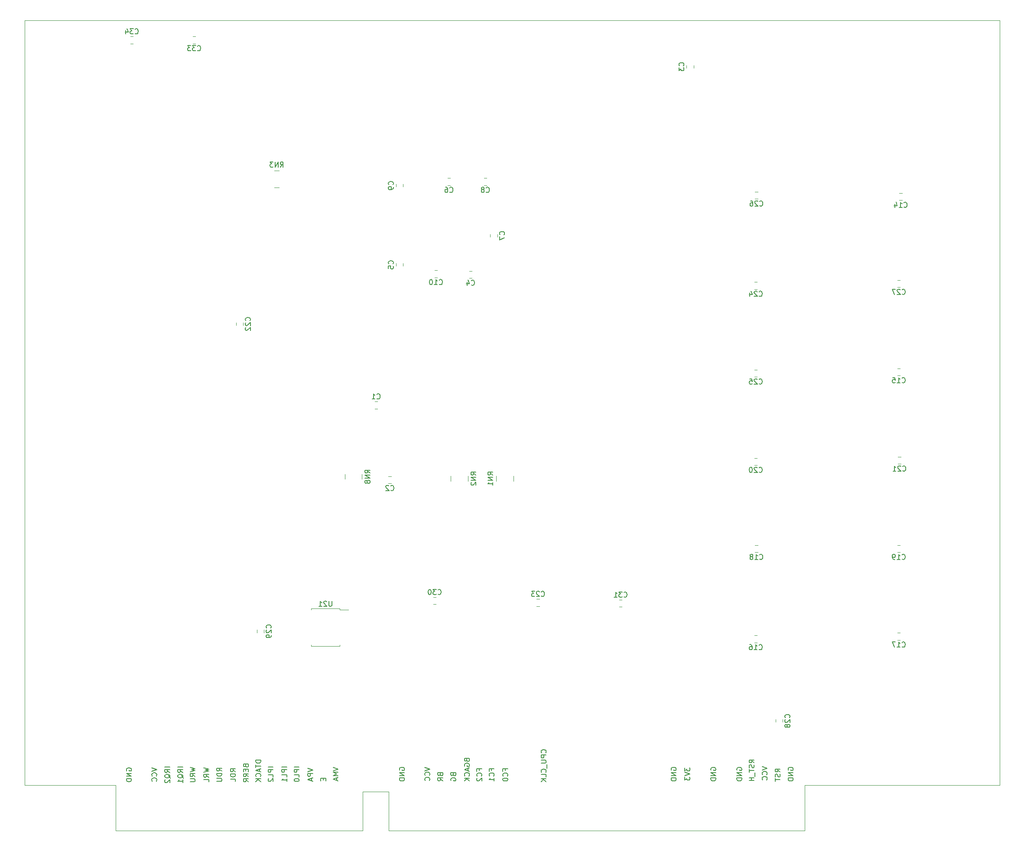
<source format=gbr>
%TF.GenerationSoftware,KiCad,Pcbnew,5.1.6-c6e7f7d~86~ubuntu18.04.1*%
%TF.CreationDate,2021-02-20T22:43:29+08:00*%
%TF.ProjectId,68k_dev,36386b5f-6465-4762-9e6b-696361645f70,rev?*%
%TF.SameCoordinates,Original*%
%TF.FileFunction,Legend,Bot*%
%TF.FilePolarity,Positive*%
%FSLAX46Y46*%
G04 Gerber Fmt 4.6, Leading zero omitted, Abs format (unit mm)*
G04 Created by KiCad (PCBNEW 5.1.6-c6e7f7d~86~ubuntu18.04.1) date 2021-02-20 22:43:29*
%MOMM*%
%LPD*%
G01*
G04 APERTURE LIST*
%ADD10C,0.150000*%
%TA.AperFunction,Profile*%
%ADD11C,0.050000*%
%TD*%
%ADD12C,0.120000*%
G04 APERTURE END LIST*
D10*
X222448380Y-155138619D02*
X221972190Y-154805285D01*
X222448380Y-154567190D02*
X221448380Y-154567190D01*
X221448380Y-154948142D01*
X221496000Y-155043380D01*
X221543619Y-155091000D01*
X221638857Y-155138619D01*
X221781714Y-155138619D01*
X221876952Y-155091000D01*
X221924571Y-155043380D01*
X221972190Y-154948142D01*
X221972190Y-154567190D01*
X222400761Y-155519571D02*
X222448380Y-155662428D01*
X222448380Y-155900523D01*
X222400761Y-155995761D01*
X222353142Y-156043380D01*
X222257904Y-156091000D01*
X222162666Y-156091000D01*
X222067428Y-156043380D01*
X222019809Y-155995761D01*
X221972190Y-155900523D01*
X221924571Y-155710047D01*
X221876952Y-155614809D01*
X221829333Y-155567190D01*
X221734095Y-155519571D01*
X221638857Y-155519571D01*
X221543619Y-155567190D01*
X221496000Y-155614809D01*
X221448380Y-155710047D01*
X221448380Y-155948142D01*
X221496000Y-156091000D01*
X221448380Y-156376714D02*
X221448380Y-156948142D01*
X222448380Y-156662428D02*
X221448380Y-156662428D01*
X222543619Y-157043380D02*
X222543619Y-157805285D01*
X222448380Y-158043380D02*
X221448380Y-158043380D01*
X221924571Y-158043380D02*
X221924571Y-158614809D01*
X222448380Y-158614809D02*
X221448380Y-158614809D01*
X223988380Y-155892666D02*
X224988380Y-156226000D01*
X223988380Y-156559333D01*
X224893142Y-157464095D02*
X224940761Y-157416476D01*
X224988380Y-157273619D01*
X224988380Y-157178380D01*
X224940761Y-157035523D01*
X224845523Y-156940285D01*
X224750285Y-156892666D01*
X224559809Y-156845047D01*
X224416952Y-156845047D01*
X224226476Y-156892666D01*
X224131238Y-156940285D01*
X224036000Y-157035523D01*
X223988380Y-157178380D01*
X223988380Y-157273619D01*
X224036000Y-157416476D01*
X224083619Y-157464095D01*
X224893142Y-158464095D02*
X224940761Y-158416476D01*
X224988380Y-158273619D01*
X224988380Y-158178380D01*
X224940761Y-158035523D01*
X224845523Y-157940285D01*
X224750285Y-157892666D01*
X224559809Y-157845047D01*
X224416952Y-157845047D01*
X224226476Y-157892666D01*
X224131238Y-157940285D01*
X224036000Y-158035523D01*
X223988380Y-158178380D01*
X223988380Y-158273619D01*
X224036000Y-158416476D01*
X224083619Y-158464095D01*
X227528380Y-156932380D02*
X227052190Y-156599047D01*
X227528380Y-156360952D02*
X226528380Y-156360952D01*
X226528380Y-156741904D01*
X226576000Y-156837142D01*
X226623619Y-156884761D01*
X226718857Y-156932380D01*
X226861714Y-156932380D01*
X226956952Y-156884761D01*
X227004571Y-156837142D01*
X227052190Y-156741904D01*
X227052190Y-156360952D01*
X227480761Y-157313333D02*
X227528380Y-157456190D01*
X227528380Y-157694285D01*
X227480761Y-157789523D01*
X227433142Y-157837142D01*
X227337904Y-157884761D01*
X227242666Y-157884761D01*
X227147428Y-157837142D01*
X227099809Y-157789523D01*
X227052190Y-157694285D01*
X227004571Y-157503809D01*
X226956952Y-157408571D01*
X226909333Y-157360952D01*
X226814095Y-157313333D01*
X226718857Y-157313333D01*
X226623619Y-157360952D01*
X226576000Y-157408571D01*
X226528380Y-157503809D01*
X226528380Y-157741904D01*
X226576000Y-157884761D01*
X226528380Y-158170476D02*
X226528380Y-158741904D01*
X227528380Y-158456190D02*
X226528380Y-158456190D01*
X229116000Y-156591095D02*
X229068380Y-156495857D01*
X229068380Y-156353000D01*
X229116000Y-156210142D01*
X229211238Y-156114904D01*
X229306476Y-156067285D01*
X229496952Y-156019666D01*
X229639809Y-156019666D01*
X229830285Y-156067285D01*
X229925523Y-156114904D01*
X230020761Y-156210142D01*
X230068380Y-156353000D01*
X230068380Y-156448238D01*
X230020761Y-156591095D01*
X229973142Y-156638714D01*
X229639809Y-156638714D01*
X229639809Y-156448238D01*
X230068380Y-157067285D02*
X229068380Y-157067285D01*
X230068380Y-157638714D01*
X229068380Y-157638714D01*
X230068380Y-158114904D02*
X229068380Y-158114904D01*
X229068380Y-158353000D01*
X229116000Y-158495857D01*
X229211238Y-158591095D01*
X229306476Y-158638714D01*
X229496952Y-158686333D01*
X229639809Y-158686333D01*
X229830285Y-158638714D01*
X229925523Y-158591095D01*
X230020761Y-158495857D01*
X230068380Y-158353000D01*
X230068380Y-158114904D01*
X219083000Y-156591095D02*
X219035380Y-156495857D01*
X219035380Y-156353000D01*
X219083000Y-156210142D01*
X219178238Y-156114904D01*
X219273476Y-156067285D01*
X219463952Y-156019666D01*
X219606809Y-156019666D01*
X219797285Y-156067285D01*
X219892523Y-156114904D01*
X219987761Y-156210142D01*
X220035380Y-156353000D01*
X220035380Y-156448238D01*
X219987761Y-156591095D01*
X219940142Y-156638714D01*
X219606809Y-156638714D01*
X219606809Y-156448238D01*
X220035380Y-157067285D02*
X219035380Y-157067285D01*
X220035380Y-157638714D01*
X219035380Y-157638714D01*
X220035380Y-158114904D02*
X219035380Y-158114904D01*
X219035380Y-158353000D01*
X219083000Y-158495857D01*
X219178238Y-158591095D01*
X219273476Y-158638714D01*
X219463952Y-158686333D01*
X219606809Y-158686333D01*
X219797285Y-158638714D01*
X219892523Y-158591095D01*
X219987761Y-158495857D01*
X220035380Y-158353000D01*
X220035380Y-158114904D01*
X214003000Y-156591095D02*
X213955380Y-156495857D01*
X213955380Y-156353000D01*
X214003000Y-156210142D01*
X214098238Y-156114904D01*
X214193476Y-156067285D01*
X214383952Y-156019666D01*
X214526809Y-156019666D01*
X214717285Y-156067285D01*
X214812523Y-156114904D01*
X214907761Y-156210142D01*
X214955380Y-156353000D01*
X214955380Y-156448238D01*
X214907761Y-156591095D01*
X214860142Y-156638714D01*
X214526809Y-156638714D01*
X214526809Y-156448238D01*
X214955380Y-157067285D02*
X213955380Y-157067285D01*
X214955380Y-157638714D01*
X213955380Y-157638714D01*
X214955380Y-158114904D02*
X213955380Y-158114904D01*
X213955380Y-158353000D01*
X214003000Y-158495857D01*
X214098238Y-158591095D01*
X214193476Y-158638714D01*
X214383952Y-158686333D01*
X214526809Y-158686333D01*
X214717285Y-158638714D01*
X214812523Y-158591095D01*
X214907761Y-158495857D01*
X214955380Y-158353000D01*
X214955380Y-158114904D01*
X208875380Y-156114904D02*
X208875380Y-156733952D01*
X209256333Y-156400619D01*
X209256333Y-156543476D01*
X209303952Y-156638714D01*
X209351571Y-156686333D01*
X209446809Y-156733952D01*
X209684904Y-156733952D01*
X209780142Y-156686333D01*
X209827761Y-156638714D01*
X209875380Y-156543476D01*
X209875380Y-156257761D01*
X209827761Y-156162523D01*
X209780142Y-156114904D01*
X208875380Y-157019666D02*
X209875380Y-157353000D01*
X208875380Y-157686333D01*
X208875380Y-157924428D02*
X208875380Y-158543476D01*
X209256333Y-158210142D01*
X209256333Y-158353000D01*
X209303952Y-158448238D01*
X209351571Y-158495857D01*
X209446809Y-158543476D01*
X209684904Y-158543476D01*
X209780142Y-158495857D01*
X209827761Y-158448238D01*
X209875380Y-158353000D01*
X209875380Y-158067285D01*
X209827761Y-157972047D01*
X209780142Y-157924428D01*
X206256000Y-156591095D02*
X206208380Y-156495857D01*
X206208380Y-156353000D01*
X206256000Y-156210142D01*
X206351238Y-156114904D01*
X206446476Y-156067285D01*
X206636952Y-156019666D01*
X206779809Y-156019666D01*
X206970285Y-156067285D01*
X207065523Y-156114904D01*
X207160761Y-156210142D01*
X207208380Y-156353000D01*
X207208380Y-156448238D01*
X207160761Y-156591095D01*
X207113142Y-156638714D01*
X206779809Y-156638714D01*
X206779809Y-156448238D01*
X207208380Y-157067285D02*
X206208380Y-157067285D01*
X207208380Y-157638714D01*
X206208380Y-157638714D01*
X207208380Y-158114904D02*
X206208380Y-158114904D01*
X206208380Y-158353000D01*
X206256000Y-158495857D01*
X206351238Y-158591095D01*
X206446476Y-158638714D01*
X206636952Y-158686333D01*
X206779809Y-158686333D01*
X206970285Y-158638714D01*
X207065523Y-158591095D01*
X207160761Y-158495857D01*
X207208380Y-158353000D01*
X207208380Y-158114904D01*
X181713142Y-153202000D02*
X181760761Y-153154380D01*
X181808380Y-153011523D01*
X181808380Y-152916285D01*
X181760761Y-152773428D01*
X181665523Y-152678190D01*
X181570285Y-152630571D01*
X181379809Y-152582952D01*
X181236952Y-152582952D01*
X181046476Y-152630571D01*
X180951238Y-152678190D01*
X180856000Y-152773428D01*
X180808380Y-152916285D01*
X180808380Y-153011523D01*
X180856000Y-153154380D01*
X180903619Y-153202000D01*
X181808380Y-153630571D02*
X180808380Y-153630571D01*
X180808380Y-154011523D01*
X180856000Y-154106761D01*
X180903619Y-154154380D01*
X180998857Y-154202000D01*
X181141714Y-154202000D01*
X181236952Y-154154380D01*
X181284571Y-154106761D01*
X181332190Y-154011523D01*
X181332190Y-153630571D01*
X180808380Y-154630571D02*
X181617904Y-154630571D01*
X181713142Y-154678190D01*
X181760761Y-154725809D01*
X181808380Y-154821047D01*
X181808380Y-155011523D01*
X181760761Y-155106761D01*
X181713142Y-155154380D01*
X181617904Y-155202000D01*
X180808380Y-155202000D01*
X181903619Y-155440095D02*
X181903619Y-156202000D01*
X181713142Y-157011523D02*
X181760761Y-156963904D01*
X181808380Y-156821047D01*
X181808380Y-156725809D01*
X181760761Y-156582952D01*
X181665523Y-156487714D01*
X181570285Y-156440095D01*
X181379809Y-156392476D01*
X181236952Y-156392476D01*
X181046476Y-156440095D01*
X180951238Y-156487714D01*
X180856000Y-156582952D01*
X180808380Y-156725809D01*
X180808380Y-156821047D01*
X180856000Y-156963904D01*
X180903619Y-157011523D01*
X181808380Y-157916285D02*
X181808380Y-157440095D01*
X180808380Y-157440095D01*
X181808380Y-158249619D02*
X180808380Y-158249619D01*
X181808380Y-158821047D02*
X181236952Y-158392476D01*
X180808380Y-158821047D02*
X181379809Y-158249619D01*
X173791571Y-156646666D02*
X173791571Y-156313333D01*
X174315380Y-156313333D02*
X173315380Y-156313333D01*
X173315380Y-156789523D01*
X174220142Y-157741904D02*
X174267761Y-157694285D01*
X174315380Y-157551428D01*
X174315380Y-157456190D01*
X174267761Y-157313333D01*
X174172523Y-157218095D01*
X174077285Y-157170476D01*
X173886809Y-157122857D01*
X173743952Y-157122857D01*
X173553476Y-157170476D01*
X173458238Y-157218095D01*
X173363000Y-157313333D01*
X173315380Y-157456190D01*
X173315380Y-157551428D01*
X173363000Y-157694285D01*
X173410619Y-157741904D01*
X173315380Y-158360952D02*
X173315380Y-158456190D01*
X173363000Y-158551428D01*
X173410619Y-158599047D01*
X173505857Y-158646666D01*
X173696333Y-158694285D01*
X173934428Y-158694285D01*
X174124904Y-158646666D01*
X174220142Y-158599047D01*
X174267761Y-158551428D01*
X174315380Y-158456190D01*
X174315380Y-158360952D01*
X174267761Y-158265714D01*
X174220142Y-158218095D01*
X174124904Y-158170476D01*
X173934428Y-158122857D01*
X173696333Y-158122857D01*
X173505857Y-158170476D01*
X173410619Y-158218095D01*
X173363000Y-158265714D01*
X173315380Y-158360952D01*
X171124571Y-156646666D02*
X171124571Y-156313333D01*
X171648380Y-156313333D02*
X170648380Y-156313333D01*
X170648380Y-156789523D01*
X171553142Y-157741904D02*
X171600761Y-157694285D01*
X171648380Y-157551428D01*
X171648380Y-157456190D01*
X171600761Y-157313333D01*
X171505523Y-157218095D01*
X171410285Y-157170476D01*
X171219809Y-157122857D01*
X171076952Y-157122857D01*
X170886476Y-157170476D01*
X170791238Y-157218095D01*
X170696000Y-157313333D01*
X170648380Y-157456190D01*
X170648380Y-157551428D01*
X170696000Y-157694285D01*
X170743619Y-157741904D01*
X171648380Y-158694285D02*
X171648380Y-158122857D01*
X171648380Y-158408571D02*
X170648380Y-158408571D01*
X170791238Y-158313333D01*
X170886476Y-158218095D01*
X170934095Y-158122857D01*
X168711571Y-156646666D02*
X168711571Y-156313333D01*
X169235380Y-156313333D02*
X168235380Y-156313333D01*
X168235380Y-156789523D01*
X169140142Y-157741904D02*
X169187761Y-157694285D01*
X169235380Y-157551428D01*
X169235380Y-157456190D01*
X169187761Y-157313333D01*
X169092523Y-157218095D01*
X168997285Y-157170476D01*
X168806809Y-157122857D01*
X168663952Y-157122857D01*
X168473476Y-157170476D01*
X168378238Y-157218095D01*
X168283000Y-157313333D01*
X168235380Y-157456190D01*
X168235380Y-157551428D01*
X168283000Y-157694285D01*
X168330619Y-157741904D01*
X168330619Y-158122857D02*
X168283000Y-158170476D01*
X168235380Y-158265714D01*
X168235380Y-158503809D01*
X168283000Y-158599047D01*
X168330619Y-158646666D01*
X168425857Y-158694285D01*
X168521095Y-158694285D01*
X168663952Y-158646666D01*
X169235380Y-158075238D01*
X169235380Y-158694285D01*
X166298571Y-154606857D02*
X166346190Y-154749714D01*
X166393809Y-154797333D01*
X166489047Y-154844952D01*
X166631904Y-154844952D01*
X166727142Y-154797333D01*
X166774761Y-154749714D01*
X166822380Y-154654476D01*
X166822380Y-154273523D01*
X165822380Y-154273523D01*
X165822380Y-154606857D01*
X165870000Y-154702095D01*
X165917619Y-154749714D01*
X166012857Y-154797333D01*
X166108095Y-154797333D01*
X166203333Y-154749714D01*
X166250952Y-154702095D01*
X166298571Y-154606857D01*
X166298571Y-154273523D01*
X165870000Y-155797333D02*
X165822380Y-155702095D01*
X165822380Y-155559238D01*
X165870000Y-155416380D01*
X165965238Y-155321142D01*
X166060476Y-155273523D01*
X166250952Y-155225904D01*
X166393809Y-155225904D01*
X166584285Y-155273523D01*
X166679523Y-155321142D01*
X166774761Y-155416380D01*
X166822380Y-155559238D01*
X166822380Y-155654476D01*
X166774761Y-155797333D01*
X166727142Y-155844952D01*
X166393809Y-155844952D01*
X166393809Y-155654476D01*
X166536666Y-156225904D02*
X166536666Y-156702095D01*
X166822380Y-156130666D02*
X165822380Y-156464000D01*
X166822380Y-156797333D01*
X166727142Y-157702095D02*
X166774761Y-157654476D01*
X166822380Y-157511619D01*
X166822380Y-157416380D01*
X166774761Y-157273523D01*
X166679523Y-157178285D01*
X166584285Y-157130666D01*
X166393809Y-157083047D01*
X166250952Y-157083047D01*
X166060476Y-157130666D01*
X165965238Y-157178285D01*
X165870000Y-157273523D01*
X165822380Y-157416380D01*
X165822380Y-157511619D01*
X165870000Y-157654476D01*
X165917619Y-157702095D01*
X166822380Y-158130666D02*
X165822380Y-158130666D01*
X166822380Y-158702095D02*
X166250952Y-158273523D01*
X165822380Y-158702095D02*
X166393809Y-158130666D01*
X163631571Y-157432428D02*
X163679190Y-157575285D01*
X163726809Y-157622904D01*
X163822047Y-157670523D01*
X163964904Y-157670523D01*
X164060142Y-157622904D01*
X164107761Y-157575285D01*
X164155380Y-157480047D01*
X164155380Y-157099095D01*
X163155380Y-157099095D01*
X163155380Y-157432428D01*
X163203000Y-157527666D01*
X163250619Y-157575285D01*
X163345857Y-157622904D01*
X163441095Y-157622904D01*
X163536333Y-157575285D01*
X163583952Y-157527666D01*
X163631571Y-157432428D01*
X163631571Y-157099095D01*
X163203000Y-158622904D02*
X163155380Y-158527666D01*
X163155380Y-158384809D01*
X163203000Y-158241952D01*
X163298238Y-158146714D01*
X163393476Y-158099095D01*
X163583952Y-158051476D01*
X163726809Y-158051476D01*
X163917285Y-158099095D01*
X164012523Y-158146714D01*
X164107761Y-158241952D01*
X164155380Y-158384809D01*
X164155380Y-158480047D01*
X164107761Y-158622904D01*
X164060142Y-158670523D01*
X163726809Y-158670523D01*
X163726809Y-158480047D01*
X161091571Y-157432428D02*
X161139190Y-157575285D01*
X161186809Y-157622904D01*
X161282047Y-157670523D01*
X161424904Y-157670523D01*
X161520142Y-157622904D01*
X161567761Y-157575285D01*
X161615380Y-157480047D01*
X161615380Y-157099095D01*
X160615380Y-157099095D01*
X160615380Y-157432428D01*
X160663000Y-157527666D01*
X160710619Y-157575285D01*
X160805857Y-157622904D01*
X160901095Y-157622904D01*
X160996333Y-157575285D01*
X161043952Y-157527666D01*
X161091571Y-157432428D01*
X161091571Y-157099095D01*
X161615380Y-158670523D02*
X161139190Y-158337190D01*
X161615380Y-158099095D02*
X160615380Y-158099095D01*
X160615380Y-158480047D01*
X160663000Y-158575285D01*
X160710619Y-158622904D01*
X160805857Y-158670523D01*
X160948714Y-158670523D01*
X161043952Y-158622904D01*
X161091571Y-158575285D01*
X161139190Y-158480047D01*
X161139190Y-158099095D01*
X158075380Y-156019666D02*
X159075380Y-156353000D01*
X158075380Y-156686333D01*
X158980142Y-157591095D02*
X159027761Y-157543476D01*
X159075380Y-157400619D01*
X159075380Y-157305380D01*
X159027761Y-157162523D01*
X158932523Y-157067285D01*
X158837285Y-157019666D01*
X158646809Y-156972047D01*
X158503952Y-156972047D01*
X158313476Y-157019666D01*
X158218238Y-157067285D01*
X158123000Y-157162523D01*
X158075380Y-157305380D01*
X158075380Y-157400619D01*
X158123000Y-157543476D01*
X158170619Y-157591095D01*
X158980142Y-158591095D02*
X159027761Y-158543476D01*
X159075380Y-158400619D01*
X159075380Y-158305380D01*
X159027761Y-158162523D01*
X158932523Y-158067285D01*
X158837285Y-158019666D01*
X158646809Y-157972047D01*
X158503952Y-157972047D01*
X158313476Y-158019666D01*
X158218238Y-158067285D01*
X158123000Y-158162523D01*
X158075380Y-158305380D01*
X158075380Y-158400619D01*
X158123000Y-158543476D01*
X158170619Y-158591095D01*
X153170000Y-156591095D02*
X153122380Y-156495857D01*
X153122380Y-156353000D01*
X153170000Y-156210142D01*
X153265238Y-156114904D01*
X153360476Y-156067285D01*
X153550952Y-156019666D01*
X153693809Y-156019666D01*
X153884285Y-156067285D01*
X153979523Y-156114904D01*
X154074761Y-156210142D01*
X154122380Y-156353000D01*
X154122380Y-156448238D01*
X154074761Y-156591095D01*
X154027142Y-156638714D01*
X153693809Y-156638714D01*
X153693809Y-156448238D01*
X154122380Y-157067285D02*
X153122380Y-157067285D01*
X154122380Y-157638714D01*
X153122380Y-157638714D01*
X154122380Y-158114904D02*
X153122380Y-158114904D01*
X153122380Y-158353000D01*
X153170000Y-158495857D01*
X153265238Y-158591095D01*
X153360476Y-158638714D01*
X153550952Y-158686333D01*
X153693809Y-158686333D01*
X153884285Y-158638714D01*
X153979523Y-158591095D01*
X154074761Y-158495857D01*
X154122380Y-158353000D01*
X154122380Y-158114904D01*
X140168380Y-156019666D02*
X141168380Y-156353000D01*
X140168380Y-156686333D01*
X141168380Y-157019666D02*
X140168380Y-157019666D01*
X140882666Y-157353000D01*
X140168380Y-157686333D01*
X141168380Y-157686333D01*
X140882666Y-158114904D02*
X140882666Y-158591095D01*
X141168380Y-158019666D02*
X140168380Y-158353000D01*
X141168380Y-158686333D01*
X138231571Y-158154714D02*
X138231571Y-158488047D01*
X138755380Y-158630904D02*
X138755380Y-158154714D01*
X137755380Y-158154714D01*
X137755380Y-158630904D01*
X135215380Y-156218095D02*
X136215380Y-156551428D01*
X135215380Y-156884761D01*
X136215380Y-157218095D02*
X135215380Y-157218095D01*
X135215380Y-157599047D01*
X135263000Y-157694285D01*
X135310619Y-157741904D01*
X135405857Y-157789523D01*
X135548714Y-157789523D01*
X135643952Y-157741904D01*
X135691571Y-157694285D01*
X135739190Y-157599047D01*
X135739190Y-157218095D01*
X135929666Y-158170476D02*
X135929666Y-158646666D01*
X136215380Y-158075238D02*
X135215380Y-158408571D01*
X136215380Y-158741904D01*
X133548380Y-155972047D02*
X132548380Y-155972047D01*
X133548380Y-156448238D02*
X132548380Y-156448238D01*
X132548380Y-156829190D01*
X132596000Y-156924428D01*
X132643619Y-156972047D01*
X132738857Y-157019666D01*
X132881714Y-157019666D01*
X132976952Y-156972047D01*
X133024571Y-156924428D01*
X133072190Y-156829190D01*
X133072190Y-156448238D01*
X133548380Y-157924428D02*
X133548380Y-157448238D01*
X132548380Y-157448238D01*
X132548380Y-158448238D02*
X132548380Y-158543476D01*
X132596000Y-158638714D01*
X132643619Y-158686333D01*
X132738857Y-158733952D01*
X132929333Y-158781571D01*
X133167428Y-158781571D01*
X133357904Y-158733952D01*
X133453142Y-158686333D01*
X133500761Y-158638714D01*
X133548380Y-158543476D01*
X133548380Y-158448238D01*
X133500761Y-158353000D01*
X133453142Y-158305380D01*
X133357904Y-158257761D01*
X133167428Y-158210142D01*
X132929333Y-158210142D01*
X132738857Y-158257761D01*
X132643619Y-158305380D01*
X132596000Y-158353000D01*
X132548380Y-158448238D01*
X131135380Y-155972047D02*
X130135380Y-155972047D01*
X131135380Y-156448238D02*
X130135380Y-156448238D01*
X130135380Y-156829190D01*
X130183000Y-156924428D01*
X130230619Y-156972047D01*
X130325857Y-157019666D01*
X130468714Y-157019666D01*
X130563952Y-156972047D01*
X130611571Y-156924428D01*
X130659190Y-156829190D01*
X130659190Y-156448238D01*
X131135380Y-157924428D02*
X131135380Y-157448238D01*
X130135380Y-157448238D01*
X131135380Y-158781571D02*
X131135380Y-158210142D01*
X131135380Y-158495857D02*
X130135380Y-158495857D01*
X130278238Y-158400619D01*
X130373476Y-158305380D01*
X130421095Y-158210142D01*
X128468380Y-155972047D02*
X127468380Y-155972047D01*
X128468380Y-156448238D02*
X127468380Y-156448238D01*
X127468380Y-156829190D01*
X127516000Y-156924428D01*
X127563619Y-156972047D01*
X127658857Y-157019666D01*
X127801714Y-157019666D01*
X127896952Y-156972047D01*
X127944571Y-156924428D01*
X127992190Y-156829190D01*
X127992190Y-156448238D01*
X128468380Y-157924428D02*
X128468380Y-157448238D01*
X127468380Y-157448238D01*
X127563619Y-158210142D02*
X127516000Y-158257761D01*
X127468380Y-158353000D01*
X127468380Y-158591095D01*
X127516000Y-158686333D01*
X127563619Y-158733952D01*
X127658857Y-158781571D01*
X127754095Y-158781571D01*
X127896952Y-158733952D01*
X128468380Y-158162523D01*
X128468380Y-158781571D01*
X126055380Y-154646571D02*
X125055380Y-154646571D01*
X125055380Y-154884666D01*
X125103000Y-155027523D01*
X125198238Y-155122761D01*
X125293476Y-155170380D01*
X125483952Y-155218000D01*
X125626809Y-155218000D01*
X125817285Y-155170380D01*
X125912523Y-155122761D01*
X126007761Y-155027523D01*
X126055380Y-154884666D01*
X126055380Y-154646571D01*
X125055380Y-155503714D02*
X125055380Y-156075142D01*
X126055380Y-155789428D02*
X125055380Y-155789428D01*
X125769666Y-156360857D02*
X125769666Y-156837047D01*
X126055380Y-156265619D02*
X125055380Y-156598952D01*
X126055380Y-156932285D01*
X125960142Y-157837047D02*
X126007761Y-157789428D01*
X126055380Y-157646571D01*
X126055380Y-157551333D01*
X126007761Y-157408476D01*
X125912523Y-157313238D01*
X125817285Y-157265619D01*
X125626809Y-157218000D01*
X125483952Y-157218000D01*
X125293476Y-157265619D01*
X125198238Y-157313238D01*
X125103000Y-157408476D01*
X125055380Y-157551333D01*
X125055380Y-157646571D01*
X125103000Y-157789428D01*
X125150619Y-157837047D01*
X126055380Y-158265619D02*
X125055380Y-158265619D01*
X126055380Y-158837047D02*
X125483952Y-158408476D01*
X125055380Y-158837047D02*
X125626809Y-158265619D01*
X123118571Y-155718047D02*
X123166190Y-155860904D01*
X123213809Y-155908523D01*
X123309047Y-155956142D01*
X123451904Y-155956142D01*
X123547142Y-155908523D01*
X123594761Y-155860904D01*
X123642380Y-155765666D01*
X123642380Y-155384714D01*
X122642380Y-155384714D01*
X122642380Y-155718047D01*
X122690000Y-155813285D01*
X122737619Y-155860904D01*
X122832857Y-155908523D01*
X122928095Y-155908523D01*
X123023333Y-155860904D01*
X123070952Y-155813285D01*
X123118571Y-155718047D01*
X123118571Y-155384714D01*
X123118571Y-156384714D02*
X123118571Y-156718047D01*
X123642380Y-156860904D02*
X123642380Y-156384714D01*
X122642380Y-156384714D01*
X122642380Y-156860904D01*
X123642380Y-157860904D02*
X123166190Y-157527571D01*
X123642380Y-157289476D02*
X122642380Y-157289476D01*
X122642380Y-157670428D01*
X122690000Y-157765666D01*
X122737619Y-157813285D01*
X122832857Y-157860904D01*
X122975714Y-157860904D01*
X123070952Y-157813285D01*
X123118571Y-157765666D01*
X123166190Y-157670428D01*
X123166190Y-157289476D01*
X123642380Y-158860904D02*
X123166190Y-158527571D01*
X123642380Y-158289476D02*
X122642380Y-158289476D01*
X122642380Y-158670428D01*
X122690000Y-158765666D01*
X122737619Y-158813285D01*
X122832857Y-158860904D01*
X122975714Y-158860904D01*
X123070952Y-158813285D01*
X123118571Y-158765666D01*
X123166190Y-158670428D01*
X123166190Y-158289476D01*
X121102380Y-156884761D02*
X120626190Y-156551428D01*
X121102380Y-156313333D02*
X120102380Y-156313333D01*
X120102380Y-156694285D01*
X120150000Y-156789523D01*
X120197619Y-156837142D01*
X120292857Y-156884761D01*
X120435714Y-156884761D01*
X120530952Y-156837142D01*
X120578571Y-156789523D01*
X120626190Y-156694285D01*
X120626190Y-156313333D01*
X121102380Y-157313333D02*
X120102380Y-157313333D01*
X120102380Y-157551428D01*
X120150000Y-157694285D01*
X120245238Y-157789523D01*
X120340476Y-157837142D01*
X120530952Y-157884761D01*
X120673809Y-157884761D01*
X120864285Y-157837142D01*
X120959523Y-157789523D01*
X121054761Y-157694285D01*
X121102380Y-157551428D01*
X121102380Y-157313333D01*
X121102380Y-158789523D02*
X121102380Y-158313333D01*
X120102380Y-158313333D01*
X118435380Y-156765714D02*
X117959190Y-156432380D01*
X118435380Y-156194285D02*
X117435380Y-156194285D01*
X117435380Y-156575238D01*
X117483000Y-156670476D01*
X117530619Y-156718095D01*
X117625857Y-156765714D01*
X117768714Y-156765714D01*
X117863952Y-156718095D01*
X117911571Y-156670476D01*
X117959190Y-156575238D01*
X117959190Y-156194285D01*
X118435380Y-157194285D02*
X117435380Y-157194285D01*
X117435380Y-157432380D01*
X117483000Y-157575238D01*
X117578238Y-157670476D01*
X117673476Y-157718095D01*
X117863952Y-157765714D01*
X118006809Y-157765714D01*
X118197285Y-157718095D01*
X118292523Y-157670476D01*
X118387761Y-157575238D01*
X118435380Y-157432380D01*
X118435380Y-157194285D01*
X117435380Y-158194285D02*
X118244904Y-158194285D01*
X118340142Y-158241904D01*
X118387761Y-158289523D01*
X118435380Y-158384761D01*
X118435380Y-158575238D01*
X118387761Y-158670476D01*
X118340142Y-158718095D01*
X118244904Y-158765714D01*
X117435380Y-158765714D01*
X114895380Y-156146666D02*
X115895380Y-156384761D01*
X115181095Y-156575238D01*
X115895380Y-156765714D01*
X114895380Y-157003809D01*
X115895380Y-157956190D02*
X115419190Y-157622857D01*
X115895380Y-157384761D02*
X114895380Y-157384761D01*
X114895380Y-157765714D01*
X114943000Y-157860952D01*
X114990619Y-157908571D01*
X115085857Y-157956190D01*
X115228714Y-157956190D01*
X115323952Y-157908571D01*
X115371571Y-157860952D01*
X115419190Y-157765714D01*
X115419190Y-157384761D01*
X115895380Y-158860952D02*
X115895380Y-158384761D01*
X114895380Y-158384761D01*
X112228380Y-156027619D02*
X113228380Y-156265714D01*
X112514095Y-156456190D01*
X113228380Y-156646666D01*
X112228380Y-156884761D01*
X113228380Y-157837142D02*
X112752190Y-157503809D01*
X113228380Y-157265714D02*
X112228380Y-157265714D01*
X112228380Y-157646666D01*
X112276000Y-157741904D01*
X112323619Y-157789523D01*
X112418857Y-157837142D01*
X112561714Y-157837142D01*
X112656952Y-157789523D01*
X112704571Y-157741904D01*
X112752190Y-157646666D01*
X112752190Y-157265714D01*
X112228380Y-158265714D02*
X113037904Y-158265714D01*
X113133142Y-158313333D01*
X113180761Y-158360952D01*
X113228380Y-158456190D01*
X113228380Y-158646666D01*
X113180761Y-158741904D01*
X113133142Y-158789523D01*
X113037904Y-158837142D01*
X112228380Y-158837142D01*
X110815380Y-155980000D02*
X109815380Y-155980000D01*
X110815380Y-157027619D02*
X110339190Y-156694285D01*
X110815380Y-156456190D02*
X109815380Y-156456190D01*
X109815380Y-156837142D01*
X109863000Y-156932380D01*
X109910619Y-156980000D01*
X110005857Y-157027619D01*
X110148714Y-157027619D01*
X110243952Y-156980000D01*
X110291571Y-156932380D01*
X110339190Y-156837142D01*
X110339190Y-156456190D01*
X110910619Y-158122857D02*
X110863000Y-158027619D01*
X110767761Y-157932380D01*
X110624904Y-157789523D01*
X110577285Y-157694285D01*
X110577285Y-157599047D01*
X110815380Y-157646666D02*
X110767761Y-157551428D01*
X110672523Y-157456190D01*
X110482047Y-157408571D01*
X110148714Y-157408571D01*
X109958238Y-157456190D01*
X109863000Y-157551428D01*
X109815380Y-157646666D01*
X109815380Y-157837142D01*
X109863000Y-157932380D01*
X109958238Y-158027619D01*
X110148714Y-158075238D01*
X110482047Y-158075238D01*
X110672523Y-158027619D01*
X110767761Y-157932380D01*
X110815380Y-157837142D01*
X110815380Y-157646666D01*
X110815380Y-159027619D02*
X110815380Y-158456190D01*
X110815380Y-158741904D02*
X109815380Y-158741904D01*
X109958238Y-158646666D01*
X110053476Y-158551428D01*
X110101095Y-158456190D01*
X108275380Y-155980000D02*
X107275380Y-155980000D01*
X108275380Y-157027619D02*
X107799190Y-156694285D01*
X108275380Y-156456190D02*
X107275380Y-156456190D01*
X107275380Y-156837142D01*
X107323000Y-156932380D01*
X107370619Y-156980000D01*
X107465857Y-157027619D01*
X107608714Y-157027619D01*
X107703952Y-156980000D01*
X107751571Y-156932380D01*
X107799190Y-156837142D01*
X107799190Y-156456190D01*
X108370619Y-158122857D02*
X108323000Y-158027619D01*
X108227761Y-157932380D01*
X108084904Y-157789523D01*
X108037285Y-157694285D01*
X108037285Y-157599047D01*
X108275380Y-157646666D02*
X108227761Y-157551428D01*
X108132523Y-157456190D01*
X107942047Y-157408571D01*
X107608714Y-157408571D01*
X107418238Y-157456190D01*
X107323000Y-157551428D01*
X107275380Y-157646666D01*
X107275380Y-157837142D01*
X107323000Y-157932380D01*
X107418238Y-158027619D01*
X107608714Y-158075238D01*
X107942047Y-158075238D01*
X108132523Y-158027619D01*
X108227761Y-157932380D01*
X108275380Y-157837142D01*
X108275380Y-157646666D01*
X107370619Y-158456190D02*
X107323000Y-158503809D01*
X107275380Y-158599047D01*
X107275380Y-158837142D01*
X107323000Y-158932380D01*
X107370619Y-158980000D01*
X107465857Y-159027619D01*
X107561095Y-159027619D01*
X107703952Y-158980000D01*
X108275380Y-158408571D01*
X108275380Y-159027619D01*
X104735380Y-156146666D02*
X105735380Y-156480000D01*
X104735380Y-156813333D01*
X105640142Y-157718095D02*
X105687761Y-157670476D01*
X105735380Y-157527619D01*
X105735380Y-157432380D01*
X105687761Y-157289523D01*
X105592523Y-157194285D01*
X105497285Y-157146666D01*
X105306809Y-157099047D01*
X105163952Y-157099047D01*
X104973476Y-157146666D01*
X104878238Y-157194285D01*
X104783000Y-157289523D01*
X104735380Y-157432380D01*
X104735380Y-157527619D01*
X104783000Y-157670476D01*
X104830619Y-157718095D01*
X105640142Y-158718095D02*
X105687761Y-158670476D01*
X105735380Y-158527619D01*
X105735380Y-158432380D01*
X105687761Y-158289523D01*
X105592523Y-158194285D01*
X105497285Y-158146666D01*
X105306809Y-158099047D01*
X105163952Y-158099047D01*
X104973476Y-158146666D01*
X104878238Y-158194285D01*
X104783000Y-158289523D01*
X104735380Y-158432380D01*
X104735380Y-158527619D01*
X104783000Y-158670476D01*
X104830619Y-158718095D01*
X99830000Y-156718095D02*
X99782380Y-156622857D01*
X99782380Y-156480000D01*
X99830000Y-156337142D01*
X99925238Y-156241904D01*
X100020476Y-156194285D01*
X100210952Y-156146666D01*
X100353809Y-156146666D01*
X100544285Y-156194285D01*
X100639523Y-156241904D01*
X100734761Y-156337142D01*
X100782380Y-156480000D01*
X100782380Y-156575238D01*
X100734761Y-156718095D01*
X100687142Y-156765714D01*
X100353809Y-156765714D01*
X100353809Y-156575238D01*
X100782380Y-157194285D02*
X99782380Y-157194285D01*
X100782380Y-157765714D01*
X99782380Y-157765714D01*
X100782380Y-158241904D02*
X99782380Y-158241904D01*
X99782380Y-158480000D01*
X99830000Y-158622857D01*
X99925238Y-158718095D01*
X100020476Y-158765714D01*
X100210952Y-158813333D01*
X100353809Y-158813333D01*
X100544285Y-158765714D01*
X100639523Y-158718095D01*
X100734761Y-158622857D01*
X100782380Y-158480000D01*
X100782380Y-158241904D01*
D11*
X97663000Y-159512000D02*
X79883000Y-159512000D01*
X97663000Y-168402000D02*
X97663000Y-159512000D01*
X145923000Y-168402000D02*
X97663000Y-168402000D01*
X145923000Y-160782000D02*
X145923000Y-168402000D01*
X151003000Y-160782000D02*
X145923000Y-160782000D01*
X151003000Y-168402000D02*
X151003000Y-160782000D01*
X232283000Y-168402000D02*
X151003000Y-168402000D01*
X232283000Y-159512000D02*
X232283000Y-168402000D01*
X233553000Y-159512000D02*
X232283000Y-159512000D01*
X79883000Y-10000000D02*
X79883000Y-159512000D01*
X270383000Y-10000000D02*
X79883000Y-10000000D01*
X270383000Y-159512000D02*
X270383000Y-10000000D01*
X233553000Y-159512000D02*
X270383000Y-159512000D01*
D12*
%TO.C,C30*%
X160281252Y-124154000D02*
X159758748Y-124154000D01*
X160281252Y-122734000D02*
X159758748Y-122734000D01*
%TO.C,U21*%
X141444000Y-125216000D02*
X143134000Y-125216000D01*
X141444000Y-124941000D02*
X141444000Y-125216000D01*
X138684000Y-124941000D02*
X141444000Y-124941000D01*
X135924000Y-124941000D02*
X135924000Y-125216000D01*
X138684000Y-124941000D02*
X135924000Y-124941000D01*
X141444000Y-132361000D02*
X141444000Y-132086000D01*
X138684000Y-132361000D02*
X141444000Y-132361000D01*
X135924000Y-132361000D02*
X135924000Y-132086000D01*
X138684000Y-132361000D02*
X135924000Y-132361000D01*
%TO.C,C34*%
X101099252Y-14553000D02*
X100576748Y-14553000D01*
X101099252Y-13133000D02*
X100576748Y-13133000D01*
%TO.C,C33*%
X112768748Y-13133000D02*
X113291252Y-13133000D01*
X112768748Y-14553000D02*
X113291252Y-14553000D01*
%TO.C,C31*%
X196603252Y-124662000D02*
X196080748Y-124662000D01*
X196603252Y-123242000D02*
X196080748Y-123242000D01*
%TO.C,C29*%
X125274000Y-129683252D02*
X125274000Y-129160748D01*
X126694000Y-129683252D02*
X126694000Y-129160748D01*
%TO.C,C28*%
X226620000Y-147200252D02*
X226620000Y-146677748D01*
X228040000Y-147200252D02*
X228040000Y-146677748D01*
%TO.C,C23*%
X180474252Y-124535000D02*
X179951748Y-124535000D01*
X180474252Y-123115000D02*
X179951748Y-123115000D01*
%TO.C,C27*%
X250436748Y-60758000D02*
X250959252Y-60758000D01*
X250436748Y-62178000D02*
X250959252Y-62178000D01*
%TO.C,C26*%
X222623748Y-43486000D02*
X223146252Y-43486000D01*
X222623748Y-44906000D02*
X223146252Y-44906000D01*
%TO.C,C25*%
X222496748Y-78284000D02*
X223019252Y-78284000D01*
X222496748Y-79704000D02*
X223019252Y-79704000D01*
%TO.C,C24*%
X222496748Y-61139000D02*
X223019252Y-61139000D01*
X222496748Y-62559000D02*
X223019252Y-62559000D01*
%TO.C,RN8*%
X145825000Y-98687000D02*
X145825000Y-99687000D01*
X142465000Y-98687000D02*
X142465000Y-99687000D01*
%TO.C,C22*%
X121210000Y-69603252D02*
X121210000Y-69080748D01*
X122630000Y-69603252D02*
X122630000Y-69080748D01*
%TO.C,C21*%
X250563748Y-95302000D02*
X251086252Y-95302000D01*
X250563748Y-96722000D02*
X251086252Y-96722000D01*
%TO.C,C20*%
X222496748Y-95556000D02*
X223019252Y-95556000D01*
X222496748Y-96976000D02*
X223019252Y-96976000D01*
%TO.C,C19*%
X250436748Y-112574000D02*
X250959252Y-112574000D01*
X250436748Y-113994000D02*
X250959252Y-113994000D01*
%TO.C,C18*%
X222623748Y-112574000D02*
X223146252Y-112574000D01*
X222623748Y-113994000D02*
X223146252Y-113994000D01*
%TO.C,C17*%
X250436748Y-129719000D02*
X250959252Y-129719000D01*
X250436748Y-131139000D02*
X250959252Y-131139000D01*
%TO.C,C16*%
X222487748Y-130227000D02*
X223010252Y-130227000D01*
X222487748Y-131647000D02*
X223010252Y-131647000D01*
%TO.C,C15*%
X250436748Y-78030000D02*
X250959252Y-78030000D01*
X250436748Y-79450000D02*
X250959252Y-79450000D01*
%TO.C,C14*%
X250817748Y-43740000D02*
X251340252Y-43740000D01*
X250817748Y-45160000D02*
X251340252Y-45160000D01*
%TO.C,C10*%
X160003748Y-58853000D02*
X160526252Y-58853000D01*
X160003748Y-60273000D02*
X160526252Y-60273000D01*
%TO.C,C9*%
X153872000Y-42020748D02*
X153872000Y-42543252D01*
X152452000Y-42020748D02*
X152452000Y-42543252D01*
%TO.C,C8*%
X169655748Y-40819000D02*
X170178252Y-40819000D01*
X169655748Y-42239000D02*
X170178252Y-42239000D01*
%TO.C,C7*%
X170867000Y-52331252D02*
X170867000Y-51808748D01*
X172287000Y-52331252D02*
X172287000Y-51808748D01*
%TO.C,C6*%
X162543748Y-40819000D02*
X163066252Y-40819000D01*
X162543748Y-42239000D02*
X163066252Y-42239000D01*
%TO.C,C5*%
X153872000Y-57514748D02*
X153872000Y-58037252D01*
X152452000Y-57514748D02*
X152452000Y-58037252D01*
%TO.C,C4*%
X166752748Y-58980000D02*
X167275252Y-58980000D01*
X166752748Y-60400000D02*
X167275252Y-60400000D01*
%TO.C,C3*%
X210641000Y-18788748D02*
X210641000Y-19311252D01*
X209221000Y-18788748D02*
X209221000Y-19311252D01*
%TO.C,C2*%
X150995748Y-99112000D02*
X151518252Y-99112000D01*
X150995748Y-100532000D02*
X151518252Y-100532000D01*
%TO.C,C1*%
X148842252Y-85927000D02*
X148319748Y-85927000D01*
X148842252Y-84507000D02*
X148319748Y-84507000D01*
%TO.C,RN1*%
X172056000Y-100068000D02*
X172056000Y-99068000D01*
X175416000Y-100068000D02*
X175416000Y-99068000D01*
%TO.C,RN2*%
X166526000Y-99068000D02*
X166526000Y-100068000D01*
X163166000Y-99068000D02*
X163166000Y-100068000D01*
%TO.C,RN3*%
X128659000Y-39341000D02*
X129659000Y-39341000D01*
X128659000Y-42701000D02*
X129659000Y-42701000D01*
%TD*%
%TO.C,C30*%
D10*
X160662857Y-122151142D02*
X160710476Y-122198761D01*
X160853333Y-122246380D01*
X160948571Y-122246380D01*
X161091428Y-122198761D01*
X161186666Y-122103523D01*
X161234285Y-122008285D01*
X161281904Y-121817809D01*
X161281904Y-121674952D01*
X161234285Y-121484476D01*
X161186666Y-121389238D01*
X161091428Y-121294000D01*
X160948571Y-121246380D01*
X160853333Y-121246380D01*
X160710476Y-121294000D01*
X160662857Y-121341619D01*
X160329523Y-121246380D02*
X159710476Y-121246380D01*
X160043809Y-121627333D01*
X159900952Y-121627333D01*
X159805714Y-121674952D01*
X159758095Y-121722571D01*
X159710476Y-121817809D01*
X159710476Y-122055904D01*
X159758095Y-122151142D01*
X159805714Y-122198761D01*
X159900952Y-122246380D01*
X160186666Y-122246380D01*
X160281904Y-122198761D01*
X160329523Y-122151142D01*
X159091428Y-121246380D02*
X158996190Y-121246380D01*
X158900952Y-121294000D01*
X158853333Y-121341619D01*
X158805714Y-121436857D01*
X158758095Y-121627333D01*
X158758095Y-121865428D01*
X158805714Y-122055904D01*
X158853333Y-122151142D01*
X158900952Y-122198761D01*
X158996190Y-122246380D01*
X159091428Y-122246380D01*
X159186666Y-122198761D01*
X159234285Y-122151142D01*
X159281904Y-122055904D01*
X159329523Y-121865428D01*
X159329523Y-121627333D01*
X159281904Y-121436857D01*
X159234285Y-121341619D01*
X159186666Y-121294000D01*
X159091428Y-121246380D01*
%TO.C,U21*%
X139922095Y-123553380D02*
X139922095Y-124362904D01*
X139874476Y-124458142D01*
X139826857Y-124505761D01*
X139731619Y-124553380D01*
X139541142Y-124553380D01*
X139445904Y-124505761D01*
X139398285Y-124458142D01*
X139350666Y-124362904D01*
X139350666Y-123553380D01*
X138922095Y-123648619D02*
X138874476Y-123601000D01*
X138779238Y-123553380D01*
X138541142Y-123553380D01*
X138445904Y-123601000D01*
X138398285Y-123648619D01*
X138350666Y-123743857D01*
X138350666Y-123839095D01*
X138398285Y-123981952D01*
X138969714Y-124553380D01*
X138350666Y-124553380D01*
X137398285Y-124553380D02*
X137969714Y-124553380D01*
X137684000Y-124553380D02*
X137684000Y-123553380D01*
X137779238Y-123696238D01*
X137874476Y-123791476D01*
X137969714Y-123839095D01*
%TO.C,C34*%
X101480857Y-12550142D02*
X101528476Y-12597761D01*
X101671333Y-12645380D01*
X101766571Y-12645380D01*
X101909428Y-12597761D01*
X102004666Y-12502523D01*
X102052285Y-12407285D01*
X102099904Y-12216809D01*
X102099904Y-12073952D01*
X102052285Y-11883476D01*
X102004666Y-11788238D01*
X101909428Y-11693000D01*
X101766571Y-11645380D01*
X101671333Y-11645380D01*
X101528476Y-11693000D01*
X101480857Y-11740619D01*
X101147523Y-11645380D02*
X100528476Y-11645380D01*
X100861809Y-12026333D01*
X100718952Y-12026333D01*
X100623714Y-12073952D01*
X100576095Y-12121571D01*
X100528476Y-12216809D01*
X100528476Y-12454904D01*
X100576095Y-12550142D01*
X100623714Y-12597761D01*
X100718952Y-12645380D01*
X101004666Y-12645380D01*
X101099904Y-12597761D01*
X101147523Y-12550142D01*
X99671333Y-11978714D02*
X99671333Y-12645380D01*
X99909428Y-11597761D02*
X100147523Y-12312047D01*
X99528476Y-12312047D01*
%TO.C,C33*%
X113672857Y-15850142D02*
X113720476Y-15897761D01*
X113863333Y-15945380D01*
X113958571Y-15945380D01*
X114101428Y-15897761D01*
X114196666Y-15802523D01*
X114244285Y-15707285D01*
X114291904Y-15516809D01*
X114291904Y-15373952D01*
X114244285Y-15183476D01*
X114196666Y-15088238D01*
X114101428Y-14993000D01*
X113958571Y-14945380D01*
X113863333Y-14945380D01*
X113720476Y-14993000D01*
X113672857Y-15040619D01*
X113339523Y-14945380D02*
X112720476Y-14945380D01*
X113053809Y-15326333D01*
X112910952Y-15326333D01*
X112815714Y-15373952D01*
X112768095Y-15421571D01*
X112720476Y-15516809D01*
X112720476Y-15754904D01*
X112768095Y-15850142D01*
X112815714Y-15897761D01*
X112910952Y-15945380D01*
X113196666Y-15945380D01*
X113291904Y-15897761D01*
X113339523Y-15850142D01*
X112387142Y-14945380D02*
X111768095Y-14945380D01*
X112101428Y-15326333D01*
X111958571Y-15326333D01*
X111863333Y-15373952D01*
X111815714Y-15421571D01*
X111768095Y-15516809D01*
X111768095Y-15754904D01*
X111815714Y-15850142D01*
X111863333Y-15897761D01*
X111958571Y-15945380D01*
X112244285Y-15945380D01*
X112339523Y-15897761D01*
X112387142Y-15850142D01*
%TO.C,C31*%
X196984857Y-122659142D02*
X197032476Y-122706761D01*
X197175333Y-122754380D01*
X197270571Y-122754380D01*
X197413428Y-122706761D01*
X197508666Y-122611523D01*
X197556285Y-122516285D01*
X197603904Y-122325809D01*
X197603904Y-122182952D01*
X197556285Y-121992476D01*
X197508666Y-121897238D01*
X197413428Y-121802000D01*
X197270571Y-121754380D01*
X197175333Y-121754380D01*
X197032476Y-121802000D01*
X196984857Y-121849619D01*
X196651523Y-121754380D02*
X196032476Y-121754380D01*
X196365809Y-122135333D01*
X196222952Y-122135333D01*
X196127714Y-122182952D01*
X196080095Y-122230571D01*
X196032476Y-122325809D01*
X196032476Y-122563904D01*
X196080095Y-122659142D01*
X196127714Y-122706761D01*
X196222952Y-122754380D01*
X196508666Y-122754380D01*
X196603904Y-122706761D01*
X196651523Y-122659142D01*
X195080095Y-122754380D02*
X195651523Y-122754380D01*
X195365809Y-122754380D02*
X195365809Y-121754380D01*
X195461047Y-121897238D01*
X195556285Y-121992476D01*
X195651523Y-122040095D01*
%TO.C,C29*%
X127991142Y-128779142D02*
X128038761Y-128731523D01*
X128086380Y-128588666D01*
X128086380Y-128493428D01*
X128038761Y-128350571D01*
X127943523Y-128255333D01*
X127848285Y-128207714D01*
X127657809Y-128160095D01*
X127514952Y-128160095D01*
X127324476Y-128207714D01*
X127229238Y-128255333D01*
X127134000Y-128350571D01*
X127086380Y-128493428D01*
X127086380Y-128588666D01*
X127134000Y-128731523D01*
X127181619Y-128779142D01*
X127181619Y-129160095D02*
X127134000Y-129207714D01*
X127086380Y-129302952D01*
X127086380Y-129541047D01*
X127134000Y-129636285D01*
X127181619Y-129683904D01*
X127276857Y-129731523D01*
X127372095Y-129731523D01*
X127514952Y-129683904D01*
X128086380Y-129112476D01*
X128086380Y-129731523D01*
X128086380Y-130207714D02*
X128086380Y-130398190D01*
X128038761Y-130493428D01*
X127991142Y-130541047D01*
X127848285Y-130636285D01*
X127657809Y-130683904D01*
X127276857Y-130683904D01*
X127181619Y-130636285D01*
X127134000Y-130588666D01*
X127086380Y-130493428D01*
X127086380Y-130302952D01*
X127134000Y-130207714D01*
X127181619Y-130160095D01*
X127276857Y-130112476D01*
X127514952Y-130112476D01*
X127610190Y-130160095D01*
X127657809Y-130207714D01*
X127705428Y-130302952D01*
X127705428Y-130493428D01*
X127657809Y-130588666D01*
X127610190Y-130636285D01*
X127514952Y-130683904D01*
%TO.C,C28*%
X229337142Y-146296142D02*
X229384761Y-146248523D01*
X229432380Y-146105666D01*
X229432380Y-146010428D01*
X229384761Y-145867571D01*
X229289523Y-145772333D01*
X229194285Y-145724714D01*
X229003809Y-145677095D01*
X228860952Y-145677095D01*
X228670476Y-145724714D01*
X228575238Y-145772333D01*
X228480000Y-145867571D01*
X228432380Y-146010428D01*
X228432380Y-146105666D01*
X228480000Y-146248523D01*
X228527619Y-146296142D01*
X228527619Y-146677095D02*
X228480000Y-146724714D01*
X228432380Y-146819952D01*
X228432380Y-147058047D01*
X228480000Y-147153285D01*
X228527619Y-147200904D01*
X228622857Y-147248523D01*
X228718095Y-147248523D01*
X228860952Y-147200904D01*
X229432380Y-146629476D01*
X229432380Y-147248523D01*
X228860952Y-147819952D02*
X228813333Y-147724714D01*
X228765714Y-147677095D01*
X228670476Y-147629476D01*
X228622857Y-147629476D01*
X228527619Y-147677095D01*
X228480000Y-147724714D01*
X228432380Y-147819952D01*
X228432380Y-148010428D01*
X228480000Y-148105666D01*
X228527619Y-148153285D01*
X228622857Y-148200904D01*
X228670476Y-148200904D01*
X228765714Y-148153285D01*
X228813333Y-148105666D01*
X228860952Y-148010428D01*
X228860952Y-147819952D01*
X228908571Y-147724714D01*
X228956190Y-147677095D01*
X229051428Y-147629476D01*
X229241904Y-147629476D01*
X229337142Y-147677095D01*
X229384761Y-147724714D01*
X229432380Y-147819952D01*
X229432380Y-148010428D01*
X229384761Y-148105666D01*
X229337142Y-148153285D01*
X229241904Y-148200904D01*
X229051428Y-148200904D01*
X228956190Y-148153285D01*
X228908571Y-148105666D01*
X228860952Y-148010428D01*
%TO.C,C23*%
X180855857Y-122532142D02*
X180903476Y-122579761D01*
X181046333Y-122627380D01*
X181141571Y-122627380D01*
X181284428Y-122579761D01*
X181379666Y-122484523D01*
X181427285Y-122389285D01*
X181474904Y-122198809D01*
X181474904Y-122055952D01*
X181427285Y-121865476D01*
X181379666Y-121770238D01*
X181284428Y-121675000D01*
X181141571Y-121627380D01*
X181046333Y-121627380D01*
X180903476Y-121675000D01*
X180855857Y-121722619D01*
X180474904Y-121722619D02*
X180427285Y-121675000D01*
X180332047Y-121627380D01*
X180093952Y-121627380D01*
X179998714Y-121675000D01*
X179951095Y-121722619D01*
X179903476Y-121817857D01*
X179903476Y-121913095D01*
X179951095Y-122055952D01*
X180522523Y-122627380D01*
X179903476Y-122627380D01*
X179570142Y-121627380D02*
X178951095Y-121627380D01*
X179284428Y-122008333D01*
X179141571Y-122008333D01*
X179046333Y-122055952D01*
X178998714Y-122103571D01*
X178951095Y-122198809D01*
X178951095Y-122436904D01*
X178998714Y-122532142D01*
X179046333Y-122579761D01*
X179141571Y-122627380D01*
X179427285Y-122627380D01*
X179522523Y-122579761D01*
X179570142Y-122532142D01*
%TO.C,C27*%
X251340857Y-63475142D02*
X251388476Y-63522761D01*
X251531333Y-63570380D01*
X251626571Y-63570380D01*
X251769428Y-63522761D01*
X251864666Y-63427523D01*
X251912285Y-63332285D01*
X251959904Y-63141809D01*
X251959904Y-62998952D01*
X251912285Y-62808476D01*
X251864666Y-62713238D01*
X251769428Y-62618000D01*
X251626571Y-62570380D01*
X251531333Y-62570380D01*
X251388476Y-62618000D01*
X251340857Y-62665619D01*
X250959904Y-62665619D02*
X250912285Y-62618000D01*
X250817047Y-62570380D01*
X250578952Y-62570380D01*
X250483714Y-62618000D01*
X250436095Y-62665619D01*
X250388476Y-62760857D01*
X250388476Y-62856095D01*
X250436095Y-62998952D01*
X251007523Y-63570380D01*
X250388476Y-63570380D01*
X250055142Y-62570380D02*
X249388476Y-62570380D01*
X249817047Y-63570380D01*
%TO.C,C26*%
X223527857Y-46203142D02*
X223575476Y-46250761D01*
X223718333Y-46298380D01*
X223813571Y-46298380D01*
X223956428Y-46250761D01*
X224051666Y-46155523D01*
X224099285Y-46060285D01*
X224146904Y-45869809D01*
X224146904Y-45726952D01*
X224099285Y-45536476D01*
X224051666Y-45441238D01*
X223956428Y-45346000D01*
X223813571Y-45298380D01*
X223718333Y-45298380D01*
X223575476Y-45346000D01*
X223527857Y-45393619D01*
X223146904Y-45393619D02*
X223099285Y-45346000D01*
X223004047Y-45298380D01*
X222765952Y-45298380D01*
X222670714Y-45346000D01*
X222623095Y-45393619D01*
X222575476Y-45488857D01*
X222575476Y-45584095D01*
X222623095Y-45726952D01*
X223194523Y-46298380D01*
X222575476Y-46298380D01*
X221718333Y-45298380D02*
X221908809Y-45298380D01*
X222004047Y-45346000D01*
X222051666Y-45393619D01*
X222146904Y-45536476D01*
X222194523Y-45726952D01*
X222194523Y-46107904D01*
X222146904Y-46203142D01*
X222099285Y-46250761D01*
X222004047Y-46298380D01*
X221813571Y-46298380D01*
X221718333Y-46250761D01*
X221670714Y-46203142D01*
X221623095Y-46107904D01*
X221623095Y-45869809D01*
X221670714Y-45774571D01*
X221718333Y-45726952D01*
X221813571Y-45679333D01*
X222004047Y-45679333D01*
X222099285Y-45726952D01*
X222146904Y-45774571D01*
X222194523Y-45869809D01*
%TO.C,C25*%
X223400857Y-81001142D02*
X223448476Y-81048761D01*
X223591333Y-81096380D01*
X223686571Y-81096380D01*
X223829428Y-81048761D01*
X223924666Y-80953523D01*
X223972285Y-80858285D01*
X224019904Y-80667809D01*
X224019904Y-80524952D01*
X223972285Y-80334476D01*
X223924666Y-80239238D01*
X223829428Y-80144000D01*
X223686571Y-80096380D01*
X223591333Y-80096380D01*
X223448476Y-80144000D01*
X223400857Y-80191619D01*
X223019904Y-80191619D02*
X222972285Y-80144000D01*
X222877047Y-80096380D01*
X222638952Y-80096380D01*
X222543714Y-80144000D01*
X222496095Y-80191619D01*
X222448476Y-80286857D01*
X222448476Y-80382095D01*
X222496095Y-80524952D01*
X223067523Y-81096380D01*
X222448476Y-81096380D01*
X221543714Y-80096380D02*
X222019904Y-80096380D01*
X222067523Y-80572571D01*
X222019904Y-80524952D01*
X221924666Y-80477333D01*
X221686571Y-80477333D01*
X221591333Y-80524952D01*
X221543714Y-80572571D01*
X221496095Y-80667809D01*
X221496095Y-80905904D01*
X221543714Y-81001142D01*
X221591333Y-81048761D01*
X221686571Y-81096380D01*
X221924666Y-81096380D01*
X222019904Y-81048761D01*
X222067523Y-81001142D01*
%TO.C,C24*%
X223400857Y-63856142D02*
X223448476Y-63903761D01*
X223591333Y-63951380D01*
X223686571Y-63951380D01*
X223829428Y-63903761D01*
X223924666Y-63808523D01*
X223972285Y-63713285D01*
X224019904Y-63522809D01*
X224019904Y-63379952D01*
X223972285Y-63189476D01*
X223924666Y-63094238D01*
X223829428Y-62999000D01*
X223686571Y-62951380D01*
X223591333Y-62951380D01*
X223448476Y-62999000D01*
X223400857Y-63046619D01*
X223019904Y-63046619D02*
X222972285Y-62999000D01*
X222877047Y-62951380D01*
X222638952Y-62951380D01*
X222543714Y-62999000D01*
X222496095Y-63046619D01*
X222448476Y-63141857D01*
X222448476Y-63237095D01*
X222496095Y-63379952D01*
X223067523Y-63951380D01*
X222448476Y-63951380D01*
X221591333Y-63284714D02*
X221591333Y-63951380D01*
X221829428Y-62903761D02*
X222067523Y-63618047D01*
X221448476Y-63618047D01*
%TO.C,RN8*%
X147397380Y-98496523D02*
X146921190Y-98163190D01*
X147397380Y-97925095D02*
X146397380Y-97925095D01*
X146397380Y-98306047D01*
X146445000Y-98401285D01*
X146492619Y-98448904D01*
X146587857Y-98496523D01*
X146730714Y-98496523D01*
X146825952Y-98448904D01*
X146873571Y-98401285D01*
X146921190Y-98306047D01*
X146921190Y-97925095D01*
X147397380Y-98925095D02*
X146397380Y-98925095D01*
X147397380Y-99496523D01*
X146397380Y-99496523D01*
X146825952Y-100115571D02*
X146778333Y-100020333D01*
X146730714Y-99972714D01*
X146635476Y-99925095D01*
X146587857Y-99925095D01*
X146492619Y-99972714D01*
X146445000Y-100020333D01*
X146397380Y-100115571D01*
X146397380Y-100306047D01*
X146445000Y-100401285D01*
X146492619Y-100448904D01*
X146587857Y-100496523D01*
X146635476Y-100496523D01*
X146730714Y-100448904D01*
X146778333Y-100401285D01*
X146825952Y-100306047D01*
X146825952Y-100115571D01*
X146873571Y-100020333D01*
X146921190Y-99972714D01*
X147016428Y-99925095D01*
X147206904Y-99925095D01*
X147302142Y-99972714D01*
X147349761Y-100020333D01*
X147397380Y-100115571D01*
X147397380Y-100306047D01*
X147349761Y-100401285D01*
X147302142Y-100448904D01*
X147206904Y-100496523D01*
X147016428Y-100496523D01*
X146921190Y-100448904D01*
X146873571Y-100401285D01*
X146825952Y-100306047D01*
%TO.C,C22*%
X123927142Y-68699142D02*
X123974761Y-68651523D01*
X124022380Y-68508666D01*
X124022380Y-68413428D01*
X123974761Y-68270571D01*
X123879523Y-68175333D01*
X123784285Y-68127714D01*
X123593809Y-68080095D01*
X123450952Y-68080095D01*
X123260476Y-68127714D01*
X123165238Y-68175333D01*
X123070000Y-68270571D01*
X123022380Y-68413428D01*
X123022380Y-68508666D01*
X123070000Y-68651523D01*
X123117619Y-68699142D01*
X123117619Y-69080095D02*
X123070000Y-69127714D01*
X123022380Y-69222952D01*
X123022380Y-69461047D01*
X123070000Y-69556285D01*
X123117619Y-69603904D01*
X123212857Y-69651523D01*
X123308095Y-69651523D01*
X123450952Y-69603904D01*
X124022380Y-69032476D01*
X124022380Y-69651523D01*
X123117619Y-70032476D02*
X123070000Y-70080095D01*
X123022380Y-70175333D01*
X123022380Y-70413428D01*
X123070000Y-70508666D01*
X123117619Y-70556285D01*
X123212857Y-70603904D01*
X123308095Y-70603904D01*
X123450952Y-70556285D01*
X124022380Y-69984857D01*
X124022380Y-70603904D01*
%TO.C,C21*%
X251467857Y-98019142D02*
X251515476Y-98066761D01*
X251658333Y-98114380D01*
X251753571Y-98114380D01*
X251896428Y-98066761D01*
X251991666Y-97971523D01*
X252039285Y-97876285D01*
X252086904Y-97685809D01*
X252086904Y-97542952D01*
X252039285Y-97352476D01*
X251991666Y-97257238D01*
X251896428Y-97162000D01*
X251753571Y-97114380D01*
X251658333Y-97114380D01*
X251515476Y-97162000D01*
X251467857Y-97209619D01*
X251086904Y-97209619D02*
X251039285Y-97162000D01*
X250944047Y-97114380D01*
X250705952Y-97114380D01*
X250610714Y-97162000D01*
X250563095Y-97209619D01*
X250515476Y-97304857D01*
X250515476Y-97400095D01*
X250563095Y-97542952D01*
X251134523Y-98114380D01*
X250515476Y-98114380D01*
X249563095Y-98114380D02*
X250134523Y-98114380D01*
X249848809Y-98114380D02*
X249848809Y-97114380D01*
X249944047Y-97257238D01*
X250039285Y-97352476D01*
X250134523Y-97400095D01*
%TO.C,C20*%
X223400857Y-98273142D02*
X223448476Y-98320761D01*
X223591333Y-98368380D01*
X223686571Y-98368380D01*
X223829428Y-98320761D01*
X223924666Y-98225523D01*
X223972285Y-98130285D01*
X224019904Y-97939809D01*
X224019904Y-97796952D01*
X223972285Y-97606476D01*
X223924666Y-97511238D01*
X223829428Y-97416000D01*
X223686571Y-97368380D01*
X223591333Y-97368380D01*
X223448476Y-97416000D01*
X223400857Y-97463619D01*
X223019904Y-97463619D02*
X222972285Y-97416000D01*
X222877047Y-97368380D01*
X222638952Y-97368380D01*
X222543714Y-97416000D01*
X222496095Y-97463619D01*
X222448476Y-97558857D01*
X222448476Y-97654095D01*
X222496095Y-97796952D01*
X223067523Y-98368380D01*
X222448476Y-98368380D01*
X221829428Y-97368380D02*
X221734190Y-97368380D01*
X221638952Y-97416000D01*
X221591333Y-97463619D01*
X221543714Y-97558857D01*
X221496095Y-97749333D01*
X221496095Y-97987428D01*
X221543714Y-98177904D01*
X221591333Y-98273142D01*
X221638952Y-98320761D01*
X221734190Y-98368380D01*
X221829428Y-98368380D01*
X221924666Y-98320761D01*
X221972285Y-98273142D01*
X222019904Y-98177904D01*
X222067523Y-97987428D01*
X222067523Y-97749333D01*
X222019904Y-97558857D01*
X221972285Y-97463619D01*
X221924666Y-97416000D01*
X221829428Y-97368380D01*
%TO.C,C19*%
X251340857Y-115291142D02*
X251388476Y-115338761D01*
X251531333Y-115386380D01*
X251626571Y-115386380D01*
X251769428Y-115338761D01*
X251864666Y-115243523D01*
X251912285Y-115148285D01*
X251959904Y-114957809D01*
X251959904Y-114814952D01*
X251912285Y-114624476D01*
X251864666Y-114529238D01*
X251769428Y-114434000D01*
X251626571Y-114386380D01*
X251531333Y-114386380D01*
X251388476Y-114434000D01*
X251340857Y-114481619D01*
X250388476Y-115386380D02*
X250959904Y-115386380D01*
X250674190Y-115386380D02*
X250674190Y-114386380D01*
X250769428Y-114529238D01*
X250864666Y-114624476D01*
X250959904Y-114672095D01*
X249912285Y-115386380D02*
X249721809Y-115386380D01*
X249626571Y-115338761D01*
X249578952Y-115291142D01*
X249483714Y-115148285D01*
X249436095Y-114957809D01*
X249436095Y-114576857D01*
X249483714Y-114481619D01*
X249531333Y-114434000D01*
X249626571Y-114386380D01*
X249817047Y-114386380D01*
X249912285Y-114434000D01*
X249959904Y-114481619D01*
X250007523Y-114576857D01*
X250007523Y-114814952D01*
X249959904Y-114910190D01*
X249912285Y-114957809D01*
X249817047Y-115005428D01*
X249626571Y-115005428D01*
X249531333Y-114957809D01*
X249483714Y-114910190D01*
X249436095Y-114814952D01*
%TO.C,C18*%
X223527857Y-115291142D02*
X223575476Y-115338761D01*
X223718333Y-115386380D01*
X223813571Y-115386380D01*
X223956428Y-115338761D01*
X224051666Y-115243523D01*
X224099285Y-115148285D01*
X224146904Y-114957809D01*
X224146904Y-114814952D01*
X224099285Y-114624476D01*
X224051666Y-114529238D01*
X223956428Y-114434000D01*
X223813571Y-114386380D01*
X223718333Y-114386380D01*
X223575476Y-114434000D01*
X223527857Y-114481619D01*
X222575476Y-115386380D02*
X223146904Y-115386380D01*
X222861190Y-115386380D02*
X222861190Y-114386380D01*
X222956428Y-114529238D01*
X223051666Y-114624476D01*
X223146904Y-114672095D01*
X222004047Y-114814952D02*
X222099285Y-114767333D01*
X222146904Y-114719714D01*
X222194523Y-114624476D01*
X222194523Y-114576857D01*
X222146904Y-114481619D01*
X222099285Y-114434000D01*
X222004047Y-114386380D01*
X221813571Y-114386380D01*
X221718333Y-114434000D01*
X221670714Y-114481619D01*
X221623095Y-114576857D01*
X221623095Y-114624476D01*
X221670714Y-114719714D01*
X221718333Y-114767333D01*
X221813571Y-114814952D01*
X222004047Y-114814952D01*
X222099285Y-114862571D01*
X222146904Y-114910190D01*
X222194523Y-115005428D01*
X222194523Y-115195904D01*
X222146904Y-115291142D01*
X222099285Y-115338761D01*
X222004047Y-115386380D01*
X221813571Y-115386380D01*
X221718333Y-115338761D01*
X221670714Y-115291142D01*
X221623095Y-115195904D01*
X221623095Y-115005428D01*
X221670714Y-114910190D01*
X221718333Y-114862571D01*
X221813571Y-114814952D01*
%TO.C,C17*%
X251340857Y-132436142D02*
X251388476Y-132483761D01*
X251531333Y-132531380D01*
X251626571Y-132531380D01*
X251769428Y-132483761D01*
X251864666Y-132388523D01*
X251912285Y-132293285D01*
X251959904Y-132102809D01*
X251959904Y-131959952D01*
X251912285Y-131769476D01*
X251864666Y-131674238D01*
X251769428Y-131579000D01*
X251626571Y-131531380D01*
X251531333Y-131531380D01*
X251388476Y-131579000D01*
X251340857Y-131626619D01*
X250388476Y-132531380D02*
X250959904Y-132531380D01*
X250674190Y-132531380D02*
X250674190Y-131531380D01*
X250769428Y-131674238D01*
X250864666Y-131769476D01*
X250959904Y-131817095D01*
X250055142Y-131531380D02*
X249388476Y-131531380D01*
X249817047Y-132531380D01*
%TO.C,C16*%
X223391857Y-132944142D02*
X223439476Y-132991761D01*
X223582333Y-133039380D01*
X223677571Y-133039380D01*
X223820428Y-132991761D01*
X223915666Y-132896523D01*
X223963285Y-132801285D01*
X224010904Y-132610809D01*
X224010904Y-132467952D01*
X223963285Y-132277476D01*
X223915666Y-132182238D01*
X223820428Y-132087000D01*
X223677571Y-132039380D01*
X223582333Y-132039380D01*
X223439476Y-132087000D01*
X223391857Y-132134619D01*
X222439476Y-133039380D02*
X223010904Y-133039380D01*
X222725190Y-133039380D02*
X222725190Y-132039380D01*
X222820428Y-132182238D01*
X222915666Y-132277476D01*
X223010904Y-132325095D01*
X221582333Y-132039380D02*
X221772809Y-132039380D01*
X221868047Y-132087000D01*
X221915666Y-132134619D01*
X222010904Y-132277476D01*
X222058523Y-132467952D01*
X222058523Y-132848904D01*
X222010904Y-132944142D01*
X221963285Y-132991761D01*
X221868047Y-133039380D01*
X221677571Y-133039380D01*
X221582333Y-132991761D01*
X221534714Y-132944142D01*
X221487095Y-132848904D01*
X221487095Y-132610809D01*
X221534714Y-132515571D01*
X221582333Y-132467952D01*
X221677571Y-132420333D01*
X221868047Y-132420333D01*
X221963285Y-132467952D01*
X222010904Y-132515571D01*
X222058523Y-132610809D01*
%TO.C,C15*%
X251340857Y-80747142D02*
X251388476Y-80794761D01*
X251531333Y-80842380D01*
X251626571Y-80842380D01*
X251769428Y-80794761D01*
X251864666Y-80699523D01*
X251912285Y-80604285D01*
X251959904Y-80413809D01*
X251959904Y-80270952D01*
X251912285Y-80080476D01*
X251864666Y-79985238D01*
X251769428Y-79890000D01*
X251626571Y-79842380D01*
X251531333Y-79842380D01*
X251388476Y-79890000D01*
X251340857Y-79937619D01*
X250388476Y-80842380D02*
X250959904Y-80842380D01*
X250674190Y-80842380D02*
X250674190Y-79842380D01*
X250769428Y-79985238D01*
X250864666Y-80080476D01*
X250959904Y-80128095D01*
X249483714Y-79842380D02*
X249959904Y-79842380D01*
X250007523Y-80318571D01*
X249959904Y-80270952D01*
X249864666Y-80223333D01*
X249626571Y-80223333D01*
X249531333Y-80270952D01*
X249483714Y-80318571D01*
X249436095Y-80413809D01*
X249436095Y-80651904D01*
X249483714Y-80747142D01*
X249531333Y-80794761D01*
X249626571Y-80842380D01*
X249864666Y-80842380D01*
X249959904Y-80794761D01*
X250007523Y-80747142D01*
%TO.C,C14*%
X251721857Y-46457142D02*
X251769476Y-46504761D01*
X251912333Y-46552380D01*
X252007571Y-46552380D01*
X252150428Y-46504761D01*
X252245666Y-46409523D01*
X252293285Y-46314285D01*
X252340904Y-46123809D01*
X252340904Y-45980952D01*
X252293285Y-45790476D01*
X252245666Y-45695238D01*
X252150428Y-45600000D01*
X252007571Y-45552380D01*
X251912333Y-45552380D01*
X251769476Y-45600000D01*
X251721857Y-45647619D01*
X250769476Y-46552380D02*
X251340904Y-46552380D01*
X251055190Y-46552380D02*
X251055190Y-45552380D01*
X251150428Y-45695238D01*
X251245666Y-45790476D01*
X251340904Y-45838095D01*
X249912333Y-45885714D02*
X249912333Y-46552380D01*
X250150428Y-45504761D02*
X250388523Y-46219047D01*
X249769476Y-46219047D01*
%TO.C,C10*%
X160907857Y-61570142D02*
X160955476Y-61617761D01*
X161098333Y-61665380D01*
X161193571Y-61665380D01*
X161336428Y-61617761D01*
X161431666Y-61522523D01*
X161479285Y-61427285D01*
X161526904Y-61236809D01*
X161526904Y-61093952D01*
X161479285Y-60903476D01*
X161431666Y-60808238D01*
X161336428Y-60713000D01*
X161193571Y-60665380D01*
X161098333Y-60665380D01*
X160955476Y-60713000D01*
X160907857Y-60760619D01*
X159955476Y-61665380D02*
X160526904Y-61665380D01*
X160241190Y-61665380D02*
X160241190Y-60665380D01*
X160336428Y-60808238D01*
X160431666Y-60903476D01*
X160526904Y-60951095D01*
X159336428Y-60665380D02*
X159241190Y-60665380D01*
X159145952Y-60713000D01*
X159098333Y-60760619D01*
X159050714Y-60855857D01*
X159003095Y-61046333D01*
X159003095Y-61284428D01*
X159050714Y-61474904D01*
X159098333Y-61570142D01*
X159145952Y-61617761D01*
X159241190Y-61665380D01*
X159336428Y-61665380D01*
X159431666Y-61617761D01*
X159479285Y-61570142D01*
X159526904Y-61474904D01*
X159574523Y-61284428D01*
X159574523Y-61046333D01*
X159526904Y-60855857D01*
X159479285Y-60760619D01*
X159431666Y-60713000D01*
X159336428Y-60665380D01*
%TO.C,C9*%
X151869142Y-42115333D02*
X151916761Y-42067714D01*
X151964380Y-41924857D01*
X151964380Y-41829619D01*
X151916761Y-41686761D01*
X151821523Y-41591523D01*
X151726285Y-41543904D01*
X151535809Y-41496285D01*
X151392952Y-41496285D01*
X151202476Y-41543904D01*
X151107238Y-41591523D01*
X151012000Y-41686761D01*
X150964380Y-41829619D01*
X150964380Y-41924857D01*
X151012000Y-42067714D01*
X151059619Y-42115333D01*
X151964380Y-42591523D02*
X151964380Y-42782000D01*
X151916761Y-42877238D01*
X151869142Y-42924857D01*
X151726285Y-43020095D01*
X151535809Y-43067714D01*
X151154857Y-43067714D01*
X151059619Y-43020095D01*
X151012000Y-42972476D01*
X150964380Y-42877238D01*
X150964380Y-42686761D01*
X151012000Y-42591523D01*
X151059619Y-42543904D01*
X151154857Y-42496285D01*
X151392952Y-42496285D01*
X151488190Y-42543904D01*
X151535809Y-42591523D01*
X151583428Y-42686761D01*
X151583428Y-42877238D01*
X151535809Y-42972476D01*
X151488190Y-43020095D01*
X151392952Y-43067714D01*
%TO.C,C8*%
X170083666Y-43536142D02*
X170131285Y-43583761D01*
X170274142Y-43631380D01*
X170369380Y-43631380D01*
X170512238Y-43583761D01*
X170607476Y-43488523D01*
X170655095Y-43393285D01*
X170702714Y-43202809D01*
X170702714Y-43059952D01*
X170655095Y-42869476D01*
X170607476Y-42774238D01*
X170512238Y-42679000D01*
X170369380Y-42631380D01*
X170274142Y-42631380D01*
X170131285Y-42679000D01*
X170083666Y-42726619D01*
X169512238Y-43059952D02*
X169607476Y-43012333D01*
X169655095Y-42964714D01*
X169702714Y-42869476D01*
X169702714Y-42821857D01*
X169655095Y-42726619D01*
X169607476Y-42679000D01*
X169512238Y-42631380D01*
X169321761Y-42631380D01*
X169226523Y-42679000D01*
X169178904Y-42726619D01*
X169131285Y-42821857D01*
X169131285Y-42869476D01*
X169178904Y-42964714D01*
X169226523Y-43012333D01*
X169321761Y-43059952D01*
X169512238Y-43059952D01*
X169607476Y-43107571D01*
X169655095Y-43155190D01*
X169702714Y-43250428D01*
X169702714Y-43440904D01*
X169655095Y-43536142D01*
X169607476Y-43583761D01*
X169512238Y-43631380D01*
X169321761Y-43631380D01*
X169226523Y-43583761D01*
X169178904Y-43536142D01*
X169131285Y-43440904D01*
X169131285Y-43250428D01*
X169178904Y-43155190D01*
X169226523Y-43107571D01*
X169321761Y-43059952D01*
%TO.C,C7*%
X173584142Y-51903333D02*
X173631761Y-51855714D01*
X173679380Y-51712857D01*
X173679380Y-51617619D01*
X173631761Y-51474761D01*
X173536523Y-51379523D01*
X173441285Y-51331904D01*
X173250809Y-51284285D01*
X173107952Y-51284285D01*
X172917476Y-51331904D01*
X172822238Y-51379523D01*
X172727000Y-51474761D01*
X172679380Y-51617619D01*
X172679380Y-51712857D01*
X172727000Y-51855714D01*
X172774619Y-51903333D01*
X172679380Y-52236666D02*
X172679380Y-52903333D01*
X173679380Y-52474761D01*
%TO.C,C6*%
X162971666Y-43536142D02*
X163019285Y-43583761D01*
X163162142Y-43631380D01*
X163257380Y-43631380D01*
X163400238Y-43583761D01*
X163495476Y-43488523D01*
X163543095Y-43393285D01*
X163590714Y-43202809D01*
X163590714Y-43059952D01*
X163543095Y-42869476D01*
X163495476Y-42774238D01*
X163400238Y-42679000D01*
X163257380Y-42631380D01*
X163162142Y-42631380D01*
X163019285Y-42679000D01*
X162971666Y-42726619D01*
X162114523Y-42631380D02*
X162305000Y-42631380D01*
X162400238Y-42679000D01*
X162447857Y-42726619D01*
X162543095Y-42869476D01*
X162590714Y-43059952D01*
X162590714Y-43440904D01*
X162543095Y-43536142D01*
X162495476Y-43583761D01*
X162400238Y-43631380D01*
X162209761Y-43631380D01*
X162114523Y-43583761D01*
X162066904Y-43536142D01*
X162019285Y-43440904D01*
X162019285Y-43202809D01*
X162066904Y-43107571D01*
X162114523Y-43059952D01*
X162209761Y-43012333D01*
X162400238Y-43012333D01*
X162495476Y-43059952D01*
X162543095Y-43107571D01*
X162590714Y-43202809D01*
%TO.C,C5*%
X151869142Y-57609333D02*
X151916761Y-57561714D01*
X151964380Y-57418857D01*
X151964380Y-57323619D01*
X151916761Y-57180761D01*
X151821523Y-57085523D01*
X151726285Y-57037904D01*
X151535809Y-56990285D01*
X151392952Y-56990285D01*
X151202476Y-57037904D01*
X151107238Y-57085523D01*
X151012000Y-57180761D01*
X150964380Y-57323619D01*
X150964380Y-57418857D01*
X151012000Y-57561714D01*
X151059619Y-57609333D01*
X150964380Y-58514095D02*
X150964380Y-58037904D01*
X151440571Y-57990285D01*
X151392952Y-58037904D01*
X151345333Y-58133142D01*
X151345333Y-58371238D01*
X151392952Y-58466476D01*
X151440571Y-58514095D01*
X151535809Y-58561714D01*
X151773904Y-58561714D01*
X151869142Y-58514095D01*
X151916761Y-58466476D01*
X151964380Y-58371238D01*
X151964380Y-58133142D01*
X151916761Y-58037904D01*
X151869142Y-57990285D01*
%TO.C,C4*%
X167180666Y-61697142D02*
X167228285Y-61744761D01*
X167371142Y-61792380D01*
X167466380Y-61792380D01*
X167609238Y-61744761D01*
X167704476Y-61649523D01*
X167752095Y-61554285D01*
X167799714Y-61363809D01*
X167799714Y-61220952D01*
X167752095Y-61030476D01*
X167704476Y-60935238D01*
X167609238Y-60840000D01*
X167466380Y-60792380D01*
X167371142Y-60792380D01*
X167228285Y-60840000D01*
X167180666Y-60887619D01*
X166323523Y-61125714D02*
X166323523Y-61792380D01*
X166561619Y-60744761D02*
X166799714Y-61459047D01*
X166180666Y-61459047D01*
%TO.C,C3*%
X208638142Y-18883333D02*
X208685761Y-18835714D01*
X208733380Y-18692857D01*
X208733380Y-18597619D01*
X208685761Y-18454761D01*
X208590523Y-18359523D01*
X208495285Y-18311904D01*
X208304809Y-18264285D01*
X208161952Y-18264285D01*
X207971476Y-18311904D01*
X207876238Y-18359523D01*
X207781000Y-18454761D01*
X207733380Y-18597619D01*
X207733380Y-18692857D01*
X207781000Y-18835714D01*
X207828619Y-18883333D01*
X207733380Y-19216666D02*
X207733380Y-19835714D01*
X208114333Y-19502380D01*
X208114333Y-19645238D01*
X208161952Y-19740476D01*
X208209571Y-19788095D01*
X208304809Y-19835714D01*
X208542904Y-19835714D01*
X208638142Y-19788095D01*
X208685761Y-19740476D01*
X208733380Y-19645238D01*
X208733380Y-19359523D01*
X208685761Y-19264285D01*
X208638142Y-19216666D01*
%TO.C,C2*%
X151423666Y-101829142D02*
X151471285Y-101876761D01*
X151614142Y-101924380D01*
X151709380Y-101924380D01*
X151852238Y-101876761D01*
X151947476Y-101781523D01*
X151995095Y-101686285D01*
X152042714Y-101495809D01*
X152042714Y-101352952D01*
X151995095Y-101162476D01*
X151947476Y-101067238D01*
X151852238Y-100972000D01*
X151709380Y-100924380D01*
X151614142Y-100924380D01*
X151471285Y-100972000D01*
X151423666Y-101019619D01*
X151042714Y-101019619D02*
X150995095Y-100972000D01*
X150899857Y-100924380D01*
X150661761Y-100924380D01*
X150566523Y-100972000D01*
X150518904Y-101019619D01*
X150471285Y-101114857D01*
X150471285Y-101210095D01*
X150518904Y-101352952D01*
X151090333Y-101924380D01*
X150471285Y-101924380D01*
%TO.C,C1*%
X148747666Y-83924142D02*
X148795285Y-83971761D01*
X148938142Y-84019380D01*
X149033380Y-84019380D01*
X149176238Y-83971761D01*
X149271476Y-83876523D01*
X149319095Y-83781285D01*
X149366714Y-83590809D01*
X149366714Y-83447952D01*
X149319095Y-83257476D01*
X149271476Y-83162238D01*
X149176238Y-83067000D01*
X149033380Y-83019380D01*
X148938142Y-83019380D01*
X148795285Y-83067000D01*
X148747666Y-83114619D01*
X147795285Y-84019380D02*
X148366714Y-84019380D01*
X148081000Y-84019380D02*
X148081000Y-83019380D01*
X148176238Y-83162238D01*
X148271476Y-83257476D01*
X148366714Y-83305095D01*
%TO.C,RN1*%
X171388380Y-98877523D02*
X170912190Y-98544190D01*
X171388380Y-98306095D02*
X170388380Y-98306095D01*
X170388380Y-98687047D01*
X170436000Y-98782285D01*
X170483619Y-98829904D01*
X170578857Y-98877523D01*
X170721714Y-98877523D01*
X170816952Y-98829904D01*
X170864571Y-98782285D01*
X170912190Y-98687047D01*
X170912190Y-98306095D01*
X171388380Y-99306095D02*
X170388380Y-99306095D01*
X171388380Y-99877523D01*
X170388380Y-99877523D01*
X171388380Y-100877523D02*
X171388380Y-100306095D01*
X171388380Y-100591809D02*
X170388380Y-100591809D01*
X170531238Y-100496571D01*
X170626476Y-100401333D01*
X170674095Y-100306095D01*
%TO.C,RN2*%
X168098380Y-98877523D02*
X167622190Y-98544190D01*
X168098380Y-98306095D02*
X167098380Y-98306095D01*
X167098380Y-98687047D01*
X167146000Y-98782285D01*
X167193619Y-98829904D01*
X167288857Y-98877523D01*
X167431714Y-98877523D01*
X167526952Y-98829904D01*
X167574571Y-98782285D01*
X167622190Y-98687047D01*
X167622190Y-98306095D01*
X168098380Y-99306095D02*
X167098380Y-99306095D01*
X168098380Y-99877523D01*
X167098380Y-99877523D01*
X167193619Y-100306095D02*
X167146000Y-100353714D01*
X167098380Y-100448952D01*
X167098380Y-100687047D01*
X167146000Y-100782285D01*
X167193619Y-100829904D01*
X167288857Y-100877523D01*
X167384095Y-100877523D01*
X167526952Y-100829904D01*
X168098380Y-100258476D01*
X168098380Y-100877523D01*
%TO.C,RN3*%
X129849476Y-38673380D02*
X130182809Y-38197190D01*
X130420904Y-38673380D02*
X130420904Y-37673380D01*
X130039952Y-37673380D01*
X129944714Y-37721000D01*
X129897095Y-37768619D01*
X129849476Y-37863857D01*
X129849476Y-38006714D01*
X129897095Y-38101952D01*
X129944714Y-38149571D01*
X130039952Y-38197190D01*
X130420904Y-38197190D01*
X129420904Y-38673380D02*
X129420904Y-37673380D01*
X128849476Y-38673380D01*
X128849476Y-37673380D01*
X128468523Y-37673380D02*
X127849476Y-37673380D01*
X128182809Y-38054333D01*
X128039952Y-38054333D01*
X127944714Y-38101952D01*
X127897095Y-38149571D01*
X127849476Y-38244809D01*
X127849476Y-38482904D01*
X127897095Y-38578142D01*
X127944714Y-38625761D01*
X128039952Y-38673380D01*
X128325666Y-38673380D01*
X128420904Y-38625761D01*
X128468523Y-38578142D01*
%TD*%
M02*

</source>
